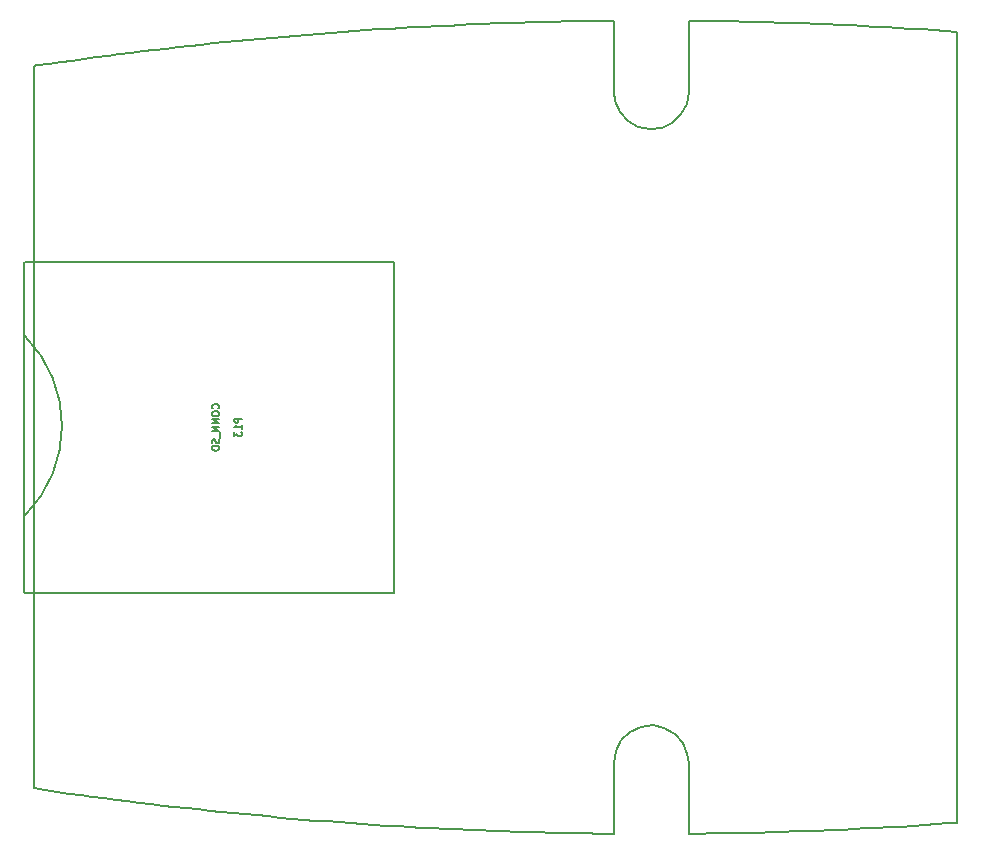
<source format=gbo>
G04 (created by PCBNEW (2013-07-07 BZR 4022)-stable) date 21/01/2015 21:24:28*
%MOIN*%
G04 Gerber Fmt 3.4, Leading zero omitted, Abs format*
%FSLAX34Y34*%
G01*
G70*
G90*
G04 APERTURE LIST*
%ADD10C,0.00590551*%
%ADD11C,0.006*%
G04 APERTURE END LIST*
G54D10*
G54D11*
X11935Y-5512D02*
X-388Y-5512D01*
X11935Y5512D02*
X-388Y5512D01*
X-400Y-5500D02*
X-400Y5500D01*
X-386Y3050D02*
G75*
G02X-386Y-2950I-3000J-3000D01*
G74*
G01*
X11935Y-5512D02*
X11935Y5512D01*
G54D10*
X-82Y0D02*
X-82Y-12041D01*
X-82Y-12041D02*
X306Y-12098D01*
X306Y-12098D02*
X696Y-12154D01*
X696Y-12154D02*
X1086Y-12209D01*
X1086Y-12209D02*
X1476Y-12263D01*
X1476Y-12263D02*
X1866Y-12315D01*
X1866Y-12315D02*
X2256Y-12367D01*
X2256Y-12367D02*
X2647Y-12417D01*
X2647Y-12417D02*
X3037Y-12467D01*
X3037Y-12467D02*
X3428Y-12515D01*
X3428Y-12515D02*
X3819Y-12562D01*
X3819Y-12562D02*
X4210Y-12608D01*
X4210Y-12608D02*
X4601Y-12653D01*
X4601Y-12653D02*
X4992Y-12697D01*
X4992Y-12697D02*
X5384Y-12740D01*
X5384Y-12740D02*
X5775Y-12782D01*
X5775Y-12782D02*
X6167Y-12823D01*
X6167Y-12823D02*
X6559Y-12862D01*
X6559Y-12862D02*
X6950Y-12901D01*
X6950Y-12901D02*
X7342Y-12938D01*
X7342Y-12938D02*
X7734Y-12974D01*
X7734Y-12974D02*
X8126Y-13009D01*
X8126Y-13009D02*
X8519Y-13044D01*
X8519Y-13044D02*
X8911Y-13077D01*
X8911Y-13077D02*
X9303Y-13108D01*
X9303Y-13108D02*
X9696Y-13139D01*
X9696Y-13139D02*
X10088Y-13169D01*
X10088Y-13169D02*
X10481Y-13197D01*
X10481Y-13197D02*
X10874Y-13225D01*
X10874Y-13225D02*
X11267Y-13251D01*
X11267Y-13251D02*
X11660Y-13277D01*
X11660Y-13277D02*
X12053Y-13301D01*
X12053Y-13301D02*
X12446Y-13324D01*
X12446Y-13324D02*
X12839Y-13346D01*
X12839Y-13346D02*
X13232Y-13367D01*
X13232Y-13367D02*
X13625Y-13387D01*
X13625Y-13387D02*
X14018Y-13405D01*
X14018Y-13405D02*
X14412Y-13423D01*
X14412Y-13423D02*
X14805Y-13439D01*
X14805Y-13439D02*
X15198Y-13455D01*
X15198Y-13455D02*
X15592Y-13469D01*
X15592Y-13469D02*
X15985Y-13482D01*
X15985Y-13482D02*
X16379Y-13494D01*
X16379Y-13494D02*
X16772Y-13505D01*
X16772Y-13505D02*
X17166Y-13515D01*
X17166Y-13515D02*
X17559Y-13524D01*
X17559Y-13524D02*
X17953Y-13532D01*
X17953Y-13532D02*
X18347Y-13538D01*
X18347Y-13538D02*
X18740Y-13544D01*
X18740Y-13544D02*
X19134Y-13548D01*
X19134Y-13548D02*
X19255Y-13549D01*
X19255Y-13549D02*
X19255Y-11177D01*
X19255Y-11177D02*
X19319Y-10783D01*
X19319Y-10783D02*
X19505Y-10430D01*
X19505Y-10430D02*
X19792Y-10153D01*
X19792Y-10153D02*
X20152Y-9982D01*
X20152Y-9982D02*
X20548Y-9934D01*
X20548Y-9934D02*
X20939Y-10013D01*
X20939Y-10013D02*
X21285Y-10212D01*
X21285Y-10212D02*
X21550Y-10510D01*
X21550Y-10510D02*
X21707Y-10877D01*
X21707Y-10877D02*
X21744Y-11177D01*
X21744Y-11177D02*
X21744Y-13549D01*
X21744Y-13549D02*
X22137Y-13545D01*
X22137Y-13545D02*
X22531Y-13540D01*
X22531Y-13540D02*
X22925Y-13534D01*
X22925Y-13534D02*
X23318Y-13526D01*
X23318Y-13526D02*
X23712Y-13518D01*
X23712Y-13518D02*
X24105Y-13508D01*
X24105Y-13508D02*
X24499Y-13498D01*
X24499Y-13498D02*
X24893Y-13486D01*
X24893Y-13486D02*
X25286Y-13473D01*
X25286Y-13473D02*
X25679Y-13459D01*
X25679Y-13459D02*
X26073Y-13444D01*
X26073Y-13444D02*
X26466Y-13428D01*
X26466Y-13428D02*
X26860Y-13411D01*
X26860Y-13411D02*
X27253Y-13392D01*
X27253Y-13392D02*
X27646Y-13373D01*
X27646Y-13373D02*
X28039Y-13352D01*
X28039Y-13352D02*
X28432Y-13331D01*
X28432Y-13331D02*
X28825Y-13308D01*
X28825Y-13308D02*
X29218Y-13284D01*
X29218Y-13284D02*
X29611Y-13259D01*
X29611Y-13259D02*
X30004Y-13233D01*
X30004Y-13233D02*
X30397Y-13206D01*
X30397Y-13206D02*
X30696Y-13185D01*
X30696Y-13185D02*
X30696Y13185D01*
X30696Y13185D02*
X30304Y13213D01*
X30304Y13213D02*
X29911Y13239D01*
X29911Y13239D02*
X29518Y13265D01*
X29518Y13265D02*
X29125Y13290D01*
X29125Y13290D02*
X28732Y13314D01*
X28732Y13314D02*
X28339Y13336D01*
X28339Y13336D02*
X27946Y13357D01*
X27946Y13357D02*
X27553Y13378D01*
X27553Y13378D02*
X27160Y13397D01*
X27160Y13397D02*
X26766Y13415D01*
X26766Y13415D02*
X26373Y13432D01*
X26373Y13432D02*
X25980Y13448D01*
X25980Y13448D02*
X25586Y13463D01*
X25586Y13463D02*
X25193Y13476D01*
X25193Y13476D02*
X24799Y13489D01*
X24799Y13489D02*
X24406Y13500D01*
X24406Y13500D02*
X24012Y13511D01*
X24012Y13511D02*
X23618Y13520D01*
X23618Y13520D02*
X23225Y13528D01*
X23225Y13528D02*
X22831Y13535D01*
X22831Y13535D02*
X22438Y13541D01*
X22438Y13541D02*
X22044Y13546D01*
X22044Y13546D02*
X21744Y13549D01*
X21744Y13549D02*
X21744Y11177D01*
X21744Y11177D02*
X21680Y10783D01*
X21680Y10783D02*
X21494Y10430D01*
X21494Y10430D02*
X21207Y10153D01*
X21207Y10153D02*
X20847Y9982D01*
X20847Y9982D02*
X20451Y9934D01*
X20451Y9934D02*
X20060Y10013D01*
X20060Y10013D02*
X19714Y10212D01*
X19714Y10212D02*
X19449Y10510D01*
X19449Y10510D02*
X19292Y10877D01*
X19292Y10877D02*
X19255Y11177D01*
X19255Y11177D02*
X19255Y13549D01*
X19255Y13549D02*
X18862Y13545D01*
X18862Y13545D02*
X18468Y13540D01*
X18468Y13540D02*
X18074Y13534D01*
X18074Y13534D02*
X17681Y13526D01*
X17681Y13526D02*
X17287Y13518D01*
X17287Y13518D02*
X16894Y13508D01*
X16894Y13508D02*
X16500Y13498D01*
X16500Y13498D02*
X16106Y13486D01*
X16106Y13486D02*
X15713Y13473D01*
X15713Y13473D02*
X15320Y13459D01*
X15320Y13459D02*
X14926Y13444D01*
X14926Y13444D02*
X14533Y13428D01*
X14533Y13428D02*
X14139Y13411D01*
X14139Y13411D02*
X13746Y13392D01*
X13746Y13392D02*
X13353Y13373D01*
X13353Y13373D02*
X12960Y13352D01*
X12960Y13352D02*
X12567Y13331D01*
X12567Y13331D02*
X12174Y13308D01*
X12174Y13308D02*
X11781Y13284D01*
X11781Y13284D02*
X11388Y13259D01*
X11388Y13259D02*
X10995Y13233D01*
X10995Y13233D02*
X10602Y13206D01*
X10602Y13206D02*
X10209Y13178D01*
X10209Y13178D02*
X9817Y13148D01*
X9817Y13148D02*
X9424Y13118D01*
X9424Y13118D02*
X9032Y13086D01*
X9032Y13086D02*
X8640Y13054D01*
X8640Y13054D02*
X8247Y13020D01*
X8247Y13020D02*
X7855Y12985D01*
X7855Y12985D02*
X7463Y12949D01*
X7463Y12949D02*
X7071Y12912D01*
X7071Y12912D02*
X6679Y12874D01*
X6679Y12874D02*
X6288Y12835D01*
X6288Y12835D02*
X5896Y12795D01*
X5896Y12795D02*
X5504Y12753D01*
X5504Y12753D02*
X5113Y12711D01*
X5113Y12711D02*
X4722Y12667D01*
X4722Y12667D02*
X4331Y12622D01*
X4331Y12622D02*
X3940Y12577D01*
X3940Y12577D02*
X3549Y12530D01*
X3549Y12530D02*
X3158Y12482D01*
X3158Y12482D02*
X2767Y12433D01*
X2767Y12433D02*
X2377Y12382D01*
X2377Y12382D02*
X1986Y12331D01*
X1986Y12331D02*
X1596Y12279D01*
X1596Y12279D02*
X1206Y12225D01*
X1206Y12225D02*
X816Y12171D01*
X816Y12171D02*
X426Y12115D01*
X426Y12115D02*
X37Y12059D01*
X37Y12059D02*
X-82Y12041D01*
X-82Y12041D02*
X-82Y0D01*
G54D11*
X6847Y291D02*
X6607Y291D01*
X6607Y200D01*
X6618Y177D01*
X6630Y165D01*
X6652Y154D01*
X6687Y154D01*
X6710Y165D01*
X6721Y177D01*
X6732Y200D01*
X6732Y291D01*
X6847Y-74D02*
X6847Y62D01*
X6847Y-5D02*
X6607Y-5D01*
X6641Y17D01*
X6664Y40D01*
X6675Y62D01*
X6607Y-154D02*
X6607Y-302D01*
X6698Y-222D01*
X6698Y-257D01*
X6710Y-280D01*
X6721Y-291D01*
X6744Y-302D01*
X6801Y-302D01*
X6824Y-291D01*
X6835Y-280D01*
X6847Y-257D01*
X6847Y-188D01*
X6835Y-165D01*
X6824Y-154D01*
X6074Y628D02*
X6085Y640D01*
X6097Y674D01*
X6097Y697D01*
X6085Y731D01*
X6062Y754D01*
X6040Y765D01*
X5994Y777D01*
X5960Y777D01*
X5914Y765D01*
X5891Y754D01*
X5868Y731D01*
X5857Y697D01*
X5857Y674D01*
X5868Y640D01*
X5880Y628D01*
X5857Y480D02*
X5857Y434D01*
X5868Y411D01*
X5891Y388D01*
X5937Y377D01*
X6017Y377D01*
X6062Y388D01*
X6085Y411D01*
X6097Y434D01*
X6097Y480D01*
X6085Y502D01*
X6062Y525D01*
X6017Y537D01*
X5937Y537D01*
X5891Y525D01*
X5868Y502D01*
X5857Y480D01*
X6097Y274D02*
X5857Y274D01*
X6097Y137D01*
X5857Y137D01*
X6097Y22D02*
X5857Y22D01*
X6097Y-114D01*
X5857Y-114D01*
X6120Y-171D02*
X6120Y-354D01*
X6085Y-400D02*
X6097Y-434D01*
X6097Y-491D01*
X6085Y-514D01*
X6074Y-525D01*
X6051Y-537D01*
X6028Y-537D01*
X6005Y-525D01*
X5994Y-514D01*
X5982Y-491D01*
X5971Y-445D01*
X5960Y-422D01*
X5948Y-411D01*
X5925Y-400D01*
X5902Y-400D01*
X5880Y-411D01*
X5868Y-422D01*
X5857Y-445D01*
X5857Y-502D01*
X5868Y-537D01*
X6097Y-640D02*
X5857Y-640D01*
X5857Y-697D01*
X5868Y-731D01*
X5891Y-754D01*
X5914Y-765D01*
X5960Y-777D01*
X5994Y-777D01*
X6040Y-765D01*
X6062Y-754D01*
X6085Y-731D01*
X6097Y-697D01*
X6097Y-640D01*
M02*

</source>
